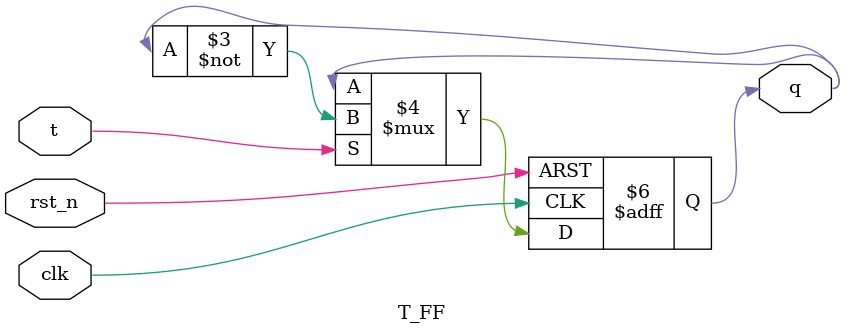
<source format=v>
module ripple_counter (
    input clk,          // clock input
    input rst_n,        // active-low reset
    output [3:0] q      // 4-bit counter output
);
    // Internal flip-flop connections
    T_FF t0 (.clk(clk),    .rst_n(rst_n), .t(1'b1), .q(q[0]));
    T_FF t1 (.clk(q[0]),   .rst_n(rst_n), .t(1'b1), .q(q[1]));
    T_FF t2 (.clk(q[1]),   .rst_n(rst_n), .t(1'b1), .q(q[2]));
    T_FF t3 (.clk(q[2]),   .rst_n(rst_n), .t(1'b1), .q(q[3]));
endmodule


// T Flip-Flop Module
module T_FF (
    input clk,
    input rst_n,
    input t,
    output reg q
);
    always @(negedge clk or negedge rst_n) begin
        if (!rst_n)
            q <= 1'b0;
        else if (t)
            q <= ~q;
    end
endmodule

</source>
